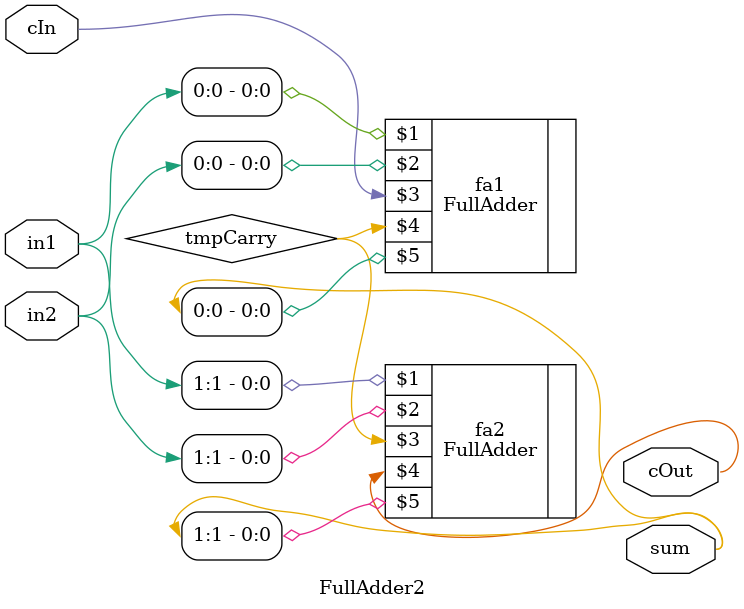
<source format=v>
`timescale 1ns / 1ps
module FullAdder2(
	input [1:0]in1,
	input [1:0]in2, 
	input cIn, 
	output cOut, 
	output [1:0] sum);
	
	wire tmpCarry; //inside carry
	
	FullAdder fa1(in1[0], in2[0], cIn, tmpCarry, sum[0]);
	FullAdder fa2(in1[1], in2[1], tmpCarry, cOut, sum[1]);


endmodule

</source>
